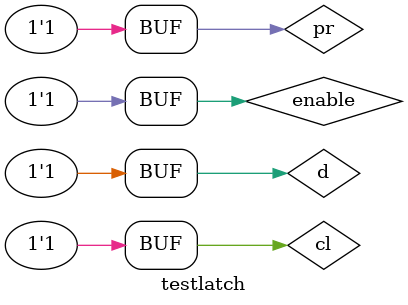
<source format=v>

module latchd (d,enable,preset,clear,q,qn);
 output q,qn;
 input   d, enable, preset, clear;
 wire  nand1,nand2,notd,d_enable,dnot_enable;
 not DNOT (notd,d);
 nand NAND00 (d_enable,d,enable);
 nand NAND01 (dnot_enable,notd,enable);
 nand NAND10 (nand1,preset,nand2,d_enable);
 nand NAND11 (nand2,clear,nand1,dnot_enable);
 assign q = nand2;
 assign qn = nand1;
endmodule  // fim modulo latch

         
//teste do modulo
module testlatch;
reg d,enable,pr,cl;
wire q,qn;
latchd D (d,enable,pr,cl,q,qn);
initial begin
      $display("Exercicio 02 - Lucas Teixeira Santos - 415383");
      $display("Teste Latch D com Preset e Clear");
      $display("D  EN  PR  CL  =  Q  Q'");
		// Melhor Testar via LogiSim.
       d=0; enable=0; pr = 0; cl = 0;
  	#1	 $monitor("%b  %b   %b   %b   =  %b  %b", d, enable, pr,cl,q, qn);
    #1  d=0; enable=0; pr = 0; cl = 1;
    #1  d=0; enable=0; pr = 1; cl = 0;
    #1  d=0; enable=0; pr = 1; cl = 1;
    #1  d=0; enable=1; pr = 0; cl = 0;
	 #1  d=0; enable=1; pr = 0; cl = 1;
    #1  d=0; enable=1; pr = 1; cl = 0;
	 #1  d=0; enable=1; pr = 1; cl = 1;
    #1  d=1; enable=0; pr = 0; cl = 0;
	 #1  d=1; enable=0; pr = 0; cl = 1;
    #1  d=1; enable=0; pr = 1; cl = 0;
	 #1  d=1; enable=0; pr = 1; cl = 1;
	 #1  d=1; enable=1; pr = 0; cl = 0;
    #1  d=1; enable=1; pr = 0; cl = 1;
	 #1  d=1; enable=1; pr = 1; cl = 0;
    #1  d=1; enable=1; pr = 1; cl = 1;
 end

endmodule 
/* teste
    Teste Latch D com Preset e Clear
    D  EN  PR  CL  =  Q  Q'
    0  0   0   0   =  1  1
    0  0   0   1   =  0  1
    0  0   1   0   =  1  0
    0  0   1   1   =  1  0
    0  1   0   0   =  1  1
    0  1   0   1   =  1  1
    0  1   1   0   =  1  0
    0  1   1   1   =  1  0
    1  0   0   0   =  1  1
    1  0   0   1   =  0  1
    1  0   1   0   =  1  0
    1  0   1   1   =  1  0
    1  1   0   0   =  1  1
    1  1   0   1   =  0  1
    1  1   1   0   =  1  1
    1  1   1   1   =  0  1
*/

</source>
